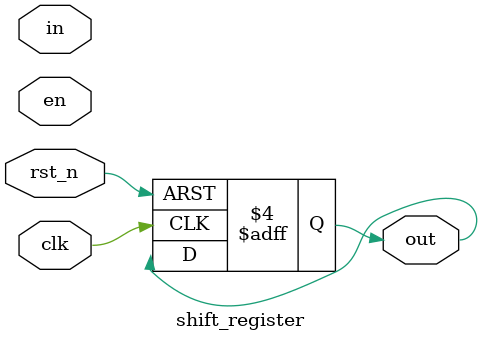
<source format=v>
`include "config.vh"

`ifdef  USE_STRUCTURAL_IMPLEMENTATION

module shift_register
# (
    parameter w = 1
) 
(
    input            clk,
    input            rst_n,
    input            en,
    input            in,
    output [w - 1:0] out
);

    wire [w - 1:0] q;
    wire [w - 1:0] d = { in, q [w - 1 : 1] };

    register # (w) i_reg (clk, rst_n, en, d, q);
    
    assign out = q;

endmodule

`else

module shift_register
# (
    parameter w = 1
) 
(
    input                clk,
    input                rst_n,
    input                en,
    input                in,
    output reg [w - 1:0] out
);

    always @ (posedge clk or negedge rst_n)
        if (! rst_n)
            out <= { w { 1'b0 } };
        else if (en)
            out <= { in, out [w - 1 : 1] };

endmodule

`endif

</source>
